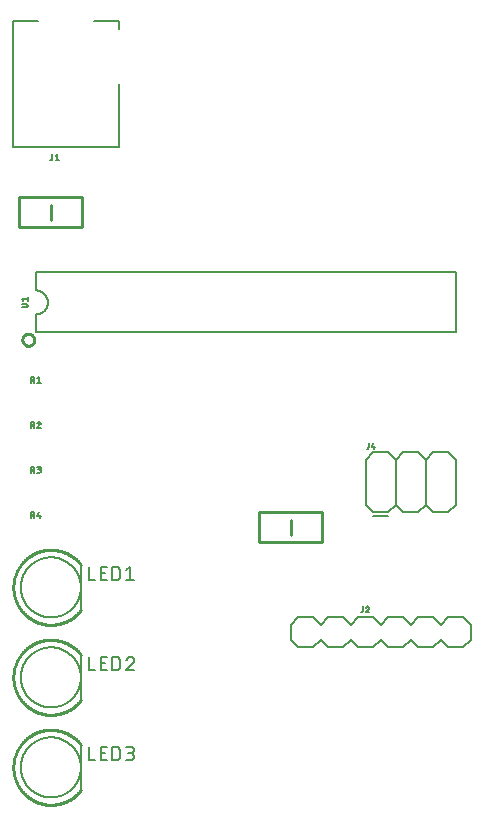
<source format=gbr>
G04 EAGLE Gerber RS-274X export*
G75*
%MOMM*%
%FSLAX34Y34*%
%LPD*%
%INSilkscreen Top*%
%IPPOS*%
%AMOC8*
5,1,8,0,0,1.08239X$1,22.5*%
G01*
%ADD10C,0.203200*%
%ADD11C,0.127000*%
%ADD12C,0.254000*%
%ADD13C,0.152400*%


D10*
X235500Y924400D02*
X214500Y924400D01*
X235500Y870400D02*
X235500Y817400D01*
X235500Y917400D02*
X235500Y924400D01*
X145500Y924400D02*
X145500Y817400D01*
X145500Y924400D02*
X166500Y924400D01*
X145500Y817400D02*
X235500Y817400D01*
D11*
X179028Y811149D02*
X179028Y807395D01*
X179027Y807395D02*
X179025Y807330D01*
X179019Y807266D01*
X179009Y807202D01*
X178996Y807138D01*
X178978Y807076D01*
X178957Y807015D01*
X178933Y806955D01*
X178904Y806897D01*
X178872Y806840D01*
X178837Y806786D01*
X178799Y806734D01*
X178757Y806684D01*
X178713Y806637D01*
X178666Y806593D01*
X178616Y806551D01*
X178564Y806513D01*
X178510Y806478D01*
X178453Y806446D01*
X178395Y806417D01*
X178335Y806393D01*
X178274Y806372D01*
X178212Y806354D01*
X178148Y806341D01*
X178084Y806331D01*
X178020Y806325D01*
X177955Y806323D01*
X177419Y806323D01*
X181976Y810077D02*
X183316Y811149D01*
X183316Y806323D01*
X181976Y806323D02*
X184657Y806323D01*
D12*
X177800Y768350D02*
X177800Y755650D01*
X151130Y774700D02*
X204470Y774700D01*
X204470Y749300D01*
X151130Y749300D01*
X151130Y774700D01*
D10*
X165100Y711200D02*
X520700Y711200D01*
X520700Y660400D02*
X165100Y660400D01*
X520700Y660400D02*
X520700Y711200D01*
X165100Y711200D02*
X165100Y695960D01*
X165100Y675640D02*
X165100Y660400D01*
X165100Y675640D02*
X165347Y675643D01*
X165595Y675652D01*
X165842Y675667D01*
X166088Y675688D01*
X166334Y675715D01*
X166579Y675748D01*
X166824Y675787D01*
X167067Y675832D01*
X167309Y675883D01*
X167550Y675940D01*
X167789Y676002D01*
X168027Y676071D01*
X168263Y676145D01*
X168497Y676225D01*
X168729Y676310D01*
X168959Y676402D01*
X169187Y676498D01*
X169412Y676601D01*
X169635Y676708D01*
X169855Y676822D01*
X170072Y676940D01*
X170287Y677064D01*
X170498Y677193D01*
X170706Y677327D01*
X170911Y677466D01*
X171112Y677610D01*
X171310Y677758D01*
X171504Y677912D01*
X171694Y678070D01*
X171880Y678233D01*
X172062Y678400D01*
X172240Y678572D01*
X172414Y678748D01*
X172584Y678928D01*
X172749Y679113D01*
X172909Y679301D01*
X173065Y679493D01*
X173217Y679689D01*
X173363Y679888D01*
X173505Y680091D01*
X173641Y680298D01*
X173773Y680507D01*
X173899Y680720D01*
X174020Y680936D01*
X174136Y681154D01*
X174246Y681376D01*
X174351Y681600D01*
X174451Y681826D01*
X174545Y682055D01*
X174633Y682286D01*
X174716Y682520D01*
X174793Y682755D01*
X174864Y682992D01*
X174930Y683230D01*
X174989Y683470D01*
X175043Y683712D01*
X175091Y683955D01*
X175133Y684198D01*
X175169Y684443D01*
X175199Y684689D01*
X175223Y684935D01*
X175241Y685182D01*
X175253Y685429D01*
X175259Y685676D01*
X175259Y685924D01*
X175253Y686171D01*
X175241Y686418D01*
X175223Y686665D01*
X175199Y686911D01*
X175169Y687157D01*
X175133Y687402D01*
X175091Y687645D01*
X175043Y687888D01*
X174989Y688130D01*
X174930Y688370D01*
X174864Y688608D01*
X174793Y688845D01*
X174716Y689080D01*
X174633Y689314D01*
X174545Y689545D01*
X174451Y689774D01*
X174351Y690000D01*
X174246Y690224D01*
X174136Y690446D01*
X174020Y690664D01*
X173899Y690880D01*
X173773Y691093D01*
X173641Y691302D01*
X173505Y691509D01*
X173363Y691712D01*
X173217Y691911D01*
X173065Y692107D01*
X172909Y692299D01*
X172749Y692487D01*
X172584Y692672D01*
X172414Y692852D01*
X172240Y693028D01*
X172062Y693200D01*
X171880Y693367D01*
X171694Y693530D01*
X171504Y693688D01*
X171310Y693842D01*
X171112Y693990D01*
X170911Y694134D01*
X170706Y694273D01*
X170498Y694407D01*
X170287Y694536D01*
X170072Y694660D01*
X169855Y694778D01*
X169635Y694892D01*
X169412Y694999D01*
X169187Y695102D01*
X168959Y695198D01*
X168729Y695290D01*
X168497Y695375D01*
X168263Y695455D01*
X168027Y695529D01*
X167789Y695598D01*
X167550Y695660D01*
X167309Y695717D01*
X167067Y695768D01*
X166824Y695813D01*
X166579Y695852D01*
X166334Y695885D01*
X166088Y695912D01*
X165842Y695933D01*
X165595Y695948D01*
X165347Y695957D01*
X165100Y695960D01*
D12*
X153670Y654050D02*
X153672Y654192D01*
X153678Y654335D01*
X153688Y654477D01*
X153702Y654619D01*
X153720Y654760D01*
X153742Y654901D01*
X153768Y655041D01*
X153797Y655180D01*
X153831Y655319D01*
X153869Y655456D01*
X153910Y655593D01*
X153955Y655728D01*
X154004Y655862D01*
X154057Y655994D01*
X154113Y656125D01*
X154173Y656254D01*
X154237Y656382D01*
X154304Y656507D01*
X154375Y656631D01*
X154449Y656753D01*
X154526Y656872D01*
X154607Y656990D01*
X154691Y657105D01*
X154778Y657217D01*
X154869Y657327D01*
X154962Y657435D01*
X155059Y657540D01*
X155158Y657642D01*
X155260Y657741D01*
X155365Y657838D01*
X155473Y657931D01*
X155583Y658022D01*
X155695Y658109D01*
X155810Y658193D01*
X155928Y658274D01*
X156047Y658351D01*
X156169Y658425D01*
X156293Y658496D01*
X156418Y658563D01*
X156546Y658627D01*
X156675Y658687D01*
X156806Y658743D01*
X156938Y658796D01*
X157072Y658845D01*
X157207Y658890D01*
X157344Y658931D01*
X157481Y658969D01*
X157620Y659003D01*
X157759Y659032D01*
X157899Y659058D01*
X158040Y659080D01*
X158181Y659098D01*
X158323Y659112D01*
X158465Y659122D01*
X158608Y659128D01*
X158750Y659130D01*
X158892Y659128D01*
X159035Y659122D01*
X159177Y659112D01*
X159319Y659098D01*
X159460Y659080D01*
X159601Y659058D01*
X159741Y659032D01*
X159880Y659003D01*
X160019Y658969D01*
X160156Y658931D01*
X160293Y658890D01*
X160428Y658845D01*
X160562Y658796D01*
X160694Y658743D01*
X160825Y658687D01*
X160954Y658627D01*
X161082Y658563D01*
X161207Y658496D01*
X161331Y658425D01*
X161453Y658351D01*
X161572Y658274D01*
X161690Y658193D01*
X161805Y658109D01*
X161917Y658022D01*
X162027Y657931D01*
X162135Y657838D01*
X162240Y657741D01*
X162342Y657642D01*
X162441Y657540D01*
X162538Y657435D01*
X162631Y657327D01*
X162722Y657217D01*
X162809Y657105D01*
X162893Y656990D01*
X162974Y656872D01*
X163051Y656753D01*
X163125Y656631D01*
X163196Y656507D01*
X163263Y656382D01*
X163327Y656254D01*
X163387Y656125D01*
X163443Y655994D01*
X163496Y655862D01*
X163545Y655728D01*
X163590Y655593D01*
X163631Y655456D01*
X163669Y655319D01*
X163703Y655180D01*
X163732Y655041D01*
X163758Y654901D01*
X163780Y654760D01*
X163798Y654619D01*
X163812Y654477D01*
X163822Y654335D01*
X163828Y654192D01*
X163830Y654050D01*
X163828Y653908D01*
X163822Y653765D01*
X163812Y653623D01*
X163798Y653481D01*
X163780Y653340D01*
X163758Y653199D01*
X163732Y653059D01*
X163703Y652920D01*
X163669Y652781D01*
X163631Y652644D01*
X163590Y652507D01*
X163545Y652372D01*
X163496Y652238D01*
X163443Y652106D01*
X163387Y651975D01*
X163327Y651846D01*
X163263Y651718D01*
X163196Y651593D01*
X163125Y651469D01*
X163051Y651347D01*
X162974Y651228D01*
X162893Y651110D01*
X162809Y650995D01*
X162722Y650883D01*
X162631Y650773D01*
X162538Y650665D01*
X162441Y650560D01*
X162342Y650458D01*
X162240Y650359D01*
X162135Y650262D01*
X162027Y650169D01*
X161917Y650078D01*
X161805Y649991D01*
X161690Y649907D01*
X161572Y649826D01*
X161453Y649749D01*
X161331Y649675D01*
X161207Y649604D01*
X161082Y649537D01*
X160954Y649473D01*
X160825Y649413D01*
X160694Y649357D01*
X160562Y649304D01*
X160428Y649255D01*
X160293Y649210D01*
X160156Y649169D01*
X160019Y649131D01*
X159880Y649097D01*
X159741Y649068D01*
X159601Y649042D01*
X159460Y649020D01*
X159319Y649002D01*
X159177Y648988D01*
X159035Y648978D01*
X158892Y648972D01*
X158750Y648970D01*
X158608Y648972D01*
X158465Y648978D01*
X158323Y648988D01*
X158181Y649002D01*
X158040Y649020D01*
X157899Y649042D01*
X157759Y649068D01*
X157620Y649097D01*
X157481Y649131D01*
X157344Y649169D01*
X157207Y649210D01*
X157072Y649255D01*
X156938Y649304D01*
X156806Y649357D01*
X156675Y649413D01*
X156546Y649473D01*
X156418Y649537D01*
X156293Y649604D01*
X156169Y649675D01*
X156047Y649749D01*
X155928Y649826D01*
X155810Y649907D01*
X155695Y649991D01*
X155583Y650078D01*
X155473Y650169D01*
X155365Y650262D01*
X155260Y650359D01*
X155158Y650458D01*
X155059Y650560D01*
X154962Y650665D01*
X154869Y650773D01*
X154778Y650883D01*
X154691Y650995D01*
X154607Y651110D01*
X154526Y651228D01*
X154449Y651347D01*
X154375Y651469D01*
X154304Y651593D01*
X154237Y651718D01*
X154173Y651846D01*
X154113Y651975D01*
X154057Y652106D01*
X154004Y652238D01*
X153955Y652372D01*
X153910Y652507D01*
X153869Y652644D01*
X153831Y652781D01*
X153797Y652920D01*
X153768Y653059D01*
X153742Y653199D01*
X153720Y653340D01*
X153702Y653481D01*
X153688Y653623D01*
X153678Y653765D01*
X153672Y653908D01*
X153670Y654050D01*
D11*
X153289Y681625D02*
X156774Y681625D01*
X156774Y681624D02*
X156845Y681626D01*
X156917Y681632D01*
X156987Y681641D01*
X157057Y681654D01*
X157127Y681671D01*
X157195Y681692D01*
X157262Y681716D01*
X157328Y681744D01*
X157392Y681775D01*
X157455Y681810D01*
X157515Y681848D01*
X157574Y681889D01*
X157630Y681933D01*
X157684Y681980D01*
X157735Y682029D01*
X157783Y682082D01*
X157829Y682137D01*
X157871Y682194D01*
X157911Y682254D01*
X157947Y682315D01*
X157980Y682379D01*
X158009Y682444D01*
X158035Y682510D01*
X158058Y682578D01*
X158077Y682647D01*
X158092Y682717D01*
X158103Y682787D01*
X158111Y682858D01*
X158115Y682929D01*
X158115Y683001D01*
X158111Y683072D01*
X158103Y683143D01*
X158092Y683213D01*
X158077Y683283D01*
X158058Y683352D01*
X158035Y683420D01*
X158009Y683486D01*
X157980Y683551D01*
X157947Y683615D01*
X157911Y683676D01*
X157871Y683736D01*
X157829Y683793D01*
X157783Y683848D01*
X157735Y683901D01*
X157684Y683950D01*
X157630Y683997D01*
X157574Y684041D01*
X157515Y684082D01*
X157455Y684120D01*
X157392Y684155D01*
X157328Y684186D01*
X157262Y684214D01*
X157195Y684238D01*
X157127Y684259D01*
X157057Y684276D01*
X156987Y684289D01*
X156917Y684298D01*
X156845Y684304D01*
X156774Y684306D01*
X153289Y684306D01*
X154361Y687294D02*
X153289Y688635D01*
X158115Y688635D01*
X158115Y689975D02*
X158115Y687294D01*
X161048Y622681D02*
X161048Y617855D01*
X161048Y622681D02*
X162389Y622681D01*
X162460Y622679D01*
X162532Y622673D01*
X162602Y622664D01*
X162672Y622651D01*
X162742Y622634D01*
X162810Y622613D01*
X162877Y622589D01*
X162943Y622561D01*
X163007Y622530D01*
X163070Y622495D01*
X163130Y622457D01*
X163189Y622416D01*
X163245Y622372D01*
X163299Y622325D01*
X163350Y622276D01*
X163398Y622223D01*
X163444Y622168D01*
X163486Y622111D01*
X163526Y622051D01*
X163562Y621990D01*
X163595Y621926D01*
X163624Y621861D01*
X163650Y621795D01*
X163673Y621727D01*
X163692Y621658D01*
X163707Y621588D01*
X163718Y621518D01*
X163726Y621447D01*
X163730Y621376D01*
X163730Y621304D01*
X163726Y621233D01*
X163718Y621162D01*
X163707Y621092D01*
X163692Y621022D01*
X163673Y620953D01*
X163650Y620885D01*
X163624Y620819D01*
X163595Y620754D01*
X163562Y620690D01*
X163526Y620629D01*
X163486Y620569D01*
X163444Y620512D01*
X163398Y620457D01*
X163350Y620404D01*
X163299Y620355D01*
X163245Y620308D01*
X163189Y620264D01*
X163130Y620223D01*
X163070Y620185D01*
X163007Y620150D01*
X162943Y620119D01*
X162877Y620091D01*
X162810Y620067D01*
X162742Y620046D01*
X162672Y620029D01*
X162602Y620016D01*
X162532Y620007D01*
X162460Y620001D01*
X162389Y619999D01*
X162389Y620000D02*
X161048Y620000D01*
X162657Y620000D02*
X163729Y617855D01*
X166471Y621609D02*
X167811Y622681D01*
X167811Y617855D01*
X166471Y617855D02*
X169152Y617855D01*
X161048Y584581D02*
X161048Y579755D01*
X161048Y584581D02*
X162389Y584581D01*
X162460Y584579D01*
X162532Y584573D01*
X162602Y584564D01*
X162672Y584551D01*
X162742Y584534D01*
X162810Y584513D01*
X162877Y584489D01*
X162943Y584461D01*
X163007Y584430D01*
X163070Y584395D01*
X163130Y584357D01*
X163189Y584316D01*
X163245Y584272D01*
X163299Y584225D01*
X163350Y584176D01*
X163398Y584123D01*
X163444Y584068D01*
X163486Y584011D01*
X163526Y583951D01*
X163562Y583890D01*
X163595Y583826D01*
X163624Y583761D01*
X163650Y583695D01*
X163673Y583627D01*
X163692Y583558D01*
X163707Y583488D01*
X163718Y583418D01*
X163726Y583347D01*
X163730Y583276D01*
X163730Y583204D01*
X163726Y583133D01*
X163718Y583062D01*
X163707Y582992D01*
X163692Y582922D01*
X163673Y582853D01*
X163650Y582785D01*
X163624Y582719D01*
X163595Y582654D01*
X163562Y582590D01*
X163526Y582529D01*
X163486Y582469D01*
X163444Y582412D01*
X163398Y582357D01*
X163350Y582304D01*
X163299Y582255D01*
X163245Y582208D01*
X163189Y582164D01*
X163130Y582123D01*
X163070Y582085D01*
X163007Y582050D01*
X162943Y582019D01*
X162877Y581991D01*
X162810Y581967D01*
X162742Y581946D01*
X162672Y581929D01*
X162602Y581916D01*
X162532Y581907D01*
X162460Y581901D01*
X162389Y581899D01*
X162389Y581900D02*
X161048Y581900D01*
X162657Y581900D02*
X163729Y579755D01*
X167945Y584581D02*
X168013Y584579D01*
X168080Y584573D01*
X168147Y584564D01*
X168214Y584551D01*
X168279Y584534D01*
X168344Y584513D01*
X168407Y584489D01*
X168469Y584461D01*
X168529Y584430D01*
X168587Y584396D01*
X168643Y584358D01*
X168698Y584318D01*
X168749Y584274D01*
X168798Y584227D01*
X168845Y584178D01*
X168889Y584127D01*
X168929Y584072D01*
X168967Y584016D01*
X169001Y583958D01*
X169032Y583898D01*
X169060Y583836D01*
X169084Y583773D01*
X169105Y583708D01*
X169122Y583643D01*
X169135Y583576D01*
X169144Y583509D01*
X169150Y583442D01*
X169152Y583374D01*
X167945Y584581D02*
X167867Y584579D01*
X167789Y584573D01*
X167712Y584563D01*
X167635Y584550D01*
X167559Y584532D01*
X167484Y584511D01*
X167410Y584486D01*
X167338Y584457D01*
X167267Y584425D01*
X167198Y584389D01*
X167130Y584350D01*
X167065Y584307D01*
X167002Y584261D01*
X166941Y584212D01*
X166883Y584160D01*
X166828Y584105D01*
X166775Y584048D01*
X166726Y583988D01*
X166679Y583925D01*
X166636Y583861D01*
X166596Y583794D01*
X166559Y583725D01*
X166526Y583654D01*
X166496Y583582D01*
X166470Y583509D01*
X168750Y582436D02*
X168799Y582485D01*
X168846Y582537D01*
X168889Y582592D01*
X168930Y582649D01*
X168968Y582708D01*
X169002Y582769D01*
X169033Y582832D01*
X169061Y582896D01*
X169085Y582962D01*
X169105Y583028D01*
X169122Y583096D01*
X169135Y583165D01*
X169144Y583234D01*
X169150Y583304D01*
X169152Y583374D01*
X168750Y582436D02*
X166471Y579755D01*
X169152Y579755D01*
X161048Y546481D02*
X161048Y541655D01*
X161048Y546481D02*
X162389Y546481D01*
X162460Y546479D01*
X162532Y546473D01*
X162602Y546464D01*
X162672Y546451D01*
X162742Y546434D01*
X162810Y546413D01*
X162877Y546389D01*
X162943Y546361D01*
X163007Y546330D01*
X163070Y546295D01*
X163130Y546257D01*
X163189Y546216D01*
X163245Y546172D01*
X163299Y546125D01*
X163350Y546076D01*
X163398Y546023D01*
X163444Y545968D01*
X163486Y545911D01*
X163526Y545851D01*
X163562Y545790D01*
X163595Y545726D01*
X163624Y545661D01*
X163650Y545595D01*
X163673Y545527D01*
X163692Y545458D01*
X163707Y545388D01*
X163718Y545318D01*
X163726Y545247D01*
X163730Y545176D01*
X163730Y545104D01*
X163726Y545033D01*
X163718Y544962D01*
X163707Y544892D01*
X163692Y544822D01*
X163673Y544753D01*
X163650Y544685D01*
X163624Y544619D01*
X163595Y544554D01*
X163562Y544490D01*
X163526Y544429D01*
X163486Y544369D01*
X163444Y544312D01*
X163398Y544257D01*
X163350Y544204D01*
X163299Y544155D01*
X163245Y544108D01*
X163189Y544064D01*
X163130Y544023D01*
X163070Y543985D01*
X163007Y543950D01*
X162943Y543919D01*
X162877Y543891D01*
X162810Y543867D01*
X162742Y543846D01*
X162672Y543829D01*
X162602Y543816D01*
X162532Y543807D01*
X162460Y543801D01*
X162389Y543799D01*
X162389Y543800D02*
X161048Y543800D01*
X162657Y543800D02*
X163729Y541655D01*
X166471Y541655D02*
X167811Y541655D01*
X167882Y541657D01*
X167954Y541663D01*
X168024Y541672D01*
X168094Y541685D01*
X168164Y541702D01*
X168232Y541723D01*
X168299Y541747D01*
X168365Y541775D01*
X168429Y541806D01*
X168492Y541841D01*
X168552Y541879D01*
X168611Y541920D01*
X168667Y541964D01*
X168721Y542011D01*
X168772Y542060D01*
X168820Y542113D01*
X168866Y542168D01*
X168908Y542225D01*
X168948Y542285D01*
X168984Y542346D01*
X169017Y542410D01*
X169046Y542475D01*
X169072Y542541D01*
X169095Y542609D01*
X169114Y542678D01*
X169129Y542748D01*
X169140Y542818D01*
X169148Y542889D01*
X169152Y542960D01*
X169152Y543032D01*
X169148Y543103D01*
X169140Y543174D01*
X169129Y543244D01*
X169114Y543314D01*
X169095Y543383D01*
X169072Y543451D01*
X169046Y543517D01*
X169017Y543582D01*
X168984Y543646D01*
X168948Y543707D01*
X168908Y543767D01*
X168866Y543824D01*
X168820Y543879D01*
X168772Y543932D01*
X168721Y543981D01*
X168667Y544028D01*
X168611Y544072D01*
X168552Y544113D01*
X168492Y544151D01*
X168429Y544186D01*
X168365Y544217D01*
X168299Y544245D01*
X168232Y544269D01*
X168164Y544290D01*
X168094Y544307D01*
X168024Y544320D01*
X167954Y544329D01*
X167882Y544335D01*
X167811Y544337D01*
X168079Y546481D02*
X166471Y546481D01*
X168079Y546481D02*
X168144Y546479D01*
X168208Y546473D01*
X168272Y546463D01*
X168336Y546450D01*
X168398Y546432D01*
X168459Y546411D01*
X168519Y546387D01*
X168577Y546358D01*
X168634Y546326D01*
X168688Y546291D01*
X168740Y546253D01*
X168790Y546211D01*
X168837Y546167D01*
X168881Y546120D01*
X168923Y546070D01*
X168961Y546018D01*
X168996Y545964D01*
X169028Y545907D01*
X169057Y545849D01*
X169081Y545789D01*
X169102Y545728D01*
X169120Y545666D01*
X169133Y545602D01*
X169143Y545538D01*
X169149Y545474D01*
X169151Y545409D01*
X169149Y545344D01*
X169143Y545280D01*
X169133Y545216D01*
X169120Y545152D01*
X169102Y545090D01*
X169081Y545029D01*
X169057Y544969D01*
X169028Y544911D01*
X168996Y544854D01*
X168961Y544800D01*
X168923Y544748D01*
X168881Y544698D01*
X168837Y544651D01*
X168790Y544607D01*
X168740Y544565D01*
X168688Y544527D01*
X168634Y544492D01*
X168577Y544460D01*
X168519Y544431D01*
X168459Y544407D01*
X168398Y544386D01*
X168336Y544368D01*
X168272Y544355D01*
X168208Y544345D01*
X168144Y544339D01*
X168079Y544337D01*
X168079Y544336D02*
X167007Y544336D01*
X161048Y508381D02*
X161048Y503555D01*
X161048Y508381D02*
X162389Y508381D01*
X162460Y508379D01*
X162532Y508373D01*
X162602Y508364D01*
X162672Y508351D01*
X162742Y508334D01*
X162810Y508313D01*
X162877Y508289D01*
X162943Y508261D01*
X163007Y508230D01*
X163070Y508195D01*
X163130Y508157D01*
X163189Y508116D01*
X163245Y508072D01*
X163299Y508025D01*
X163350Y507976D01*
X163398Y507923D01*
X163444Y507868D01*
X163486Y507811D01*
X163526Y507751D01*
X163562Y507690D01*
X163595Y507626D01*
X163624Y507561D01*
X163650Y507495D01*
X163673Y507427D01*
X163692Y507358D01*
X163707Y507288D01*
X163718Y507218D01*
X163726Y507147D01*
X163730Y507076D01*
X163730Y507004D01*
X163726Y506933D01*
X163718Y506862D01*
X163707Y506792D01*
X163692Y506722D01*
X163673Y506653D01*
X163650Y506585D01*
X163624Y506519D01*
X163595Y506454D01*
X163562Y506390D01*
X163526Y506329D01*
X163486Y506269D01*
X163444Y506212D01*
X163398Y506157D01*
X163350Y506104D01*
X163299Y506055D01*
X163245Y506008D01*
X163189Y505964D01*
X163130Y505923D01*
X163070Y505885D01*
X163007Y505850D01*
X162943Y505819D01*
X162877Y505791D01*
X162810Y505767D01*
X162742Y505746D01*
X162672Y505729D01*
X162602Y505716D01*
X162532Y505707D01*
X162460Y505701D01*
X162389Y505699D01*
X162389Y505700D02*
X161048Y505700D01*
X162657Y505700D02*
X163729Y503555D01*
X166471Y504627D02*
X167543Y508381D01*
X166471Y504627D02*
X169152Y504627D01*
X168348Y505700D02*
X168348Y503555D01*
D10*
X203200Y463550D02*
X203200Y425450D01*
D12*
X202726Y424834D01*
X202237Y424229D01*
X201733Y423637D01*
X201215Y423057D01*
X200683Y422490D01*
X200137Y421936D01*
X199578Y421396D01*
X199005Y420870D01*
X198420Y420357D01*
X197823Y419860D01*
X197214Y419377D01*
X196593Y418909D01*
X195960Y418456D01*
X195317Y418019D01*
X194663Y417598D01*
X193999Y417194D01*
X193326Y416805D01*
X192643Y416433D01*
X191951Y416078D01*
X191251Y415740D01*
X190543Y415419D01*
X189827Y415116D01*
X189103Y414830D01*
X188374Y414562D01*
X187637Y414312D01*
X186895Y414081D01*
X186147Y413867D01*
X185395Y413672D01*
X184637Y413495D01*
X183876Y413337D01*
X183111Y413197D01*
X182343Y413077D01*
X181572Y412975D01*
X180799Y412892D01*
X180024Y412828D01*
X179248Y412783D01*
X178471Y412757D01*
X177693Y412750D01*
X176916Y412762D01*
X176139Y412793D01*
X175363Y412844D01*
X174588Y412913D01*
X173816Y413001D01*
X173046Y413108D01*
X172278Y413234D01*
X171514Y413378D01*
X170754Y413542D01*
X169998Y413724D01*
X169247Y413924D01*
X168500Y414142D01*
X167760Y414379D01*
X167025Y414634D01*
X166297Y414907D01*
X165576Y415198D01*
X164862Y415506D01*
X164156Y415831D01*
X163458Y416174D01*
X162768Y416534D01*
X162088Y416910D01*
X161417Y417303D01*
X160756Y417713D01*
X160105Y418138D01*
X159465Y418579D01*
X158836Y419036D01*
X158218Y419508D01*
X157612Y419995D01*
X157018Y420497D01*
X156436Y421013D01*
X155867Y421543D01*
X155312Y422087D01*
X154769Y422645D01*
X154241Y423215D01*
X153727Y423798D01*
X153227Y424394D01*
X152742Y425002D01*
X152272Y425621D01*
X151818Y426252D01*
X151379Y426894D01*
X150955Y427546D01*
X150548Y428209D01*
X150157Y428881D01*
X149783Y429563D01*
X149426Y430253D01*
X149086Y430952D01*
X148762Y431660D01*
X148457Y432374D01*
X148168Y433097D01*
X147898Y433826D01*
X147646Y434561D01*
X147411Y435303D01*
X147195Y436050D01*
X146997Y436802D01*
X146818Y437558D01*
X146657Y438319D01*
X146515Y439083D01*
X146392Y439851D01*
X146288Y440622D01*
X146202Y441395D01*
X146136Y442169D01*
X146088Y442945D01*
X146060Y443722D01*
X146050Y444500D01*
X146060Y445278D01*
X146088Y446055D01*
X146136Y446831D01*
X146202Y447605D01*
X146288Y448378D01*
X146392Y449149D01*
X146515Y449917D01*
X146657Y450681D01*
X146818Y451442D01*
X146997Y452198D01*
X147195Y452950D01*
X147411Y453697D01*
X147646Y454439D01*
X147898Y455174D01*
X148168Y455903D01*
X148457Y456626D01*
X148762Y457340D01*
X149086Y458048D01*
X149426Y458747D01*
X149783Y459437D01*
X150157Y460119D01*
X150548Y460791D01*
X150955Y461454D01*
X151379Y462106D01*
X151818Y462748D01*
X152272Y463379D01*
X152742Y463998D01*
X153227Y464606D01*
X153727Y465202D01*
X154241Y465785D01*
X154769Y466355D01*
X155312Y466913D01*
X155867Y467457D01*
X156436Y467987D01*
X157018Y468503D01*
X157612Y469005D01*
X158218Y469492D01*
X158836Y469964D01*
X159465Y470421D01*
X160105Y470862D01*
X160756Y471287D01*
X161417Y471697D01*
X162088Y472090D01*
X162768Y472466D01*
X163458Y472826D01*
X164156Y473169D01*
X164862Y473494D01*
X165576Y473802D01*
X166297Y474093D01*
X167025Y474366D01*
X167760Y474621D01*
X168500Y474858D01*
X169247Y475076D01*
X169998Y475276D01*
X170754Y475458D01*
X171514Y475622D01*
X172278Y475766D01*
X173046Y475892D01*
X173816Y475999D01*
X174588Y476087D01*
X175363Y476156D01*
X176139Y476207D01*
X176916Y476238D01*
X177693Y476250D01*
X178471Y476243D01*
X179248Y476217D01*
X180024Y476172D01*
X180799Y476108D01*
X181572Y476025D01*
X182343Y475923D01*
X183111Y475803D01*
X183876Y475663D01*
X184637Y475505D01*
X185395Y475328D01*
X186147Y475133D01*
X186895Y474919D01*
X187637Y474688D01*
X188374Y474438D01*
X189103Y474170D01*
X189827Y473884D01*
X190543Y473581D01*
X191251Y473260D01*
X191951Y472922D01*
X192643Y472567D01*
X193326Y472195D01*
X193999Y471806D01*
X194663Y471402D01*
X195317Y470981D01*
X195960Y470544D01*
X196593Y470091D01*
X197214Y469623D01*
X197823Y469140D01*
X198420Y468643D01*
X199005Y468130D01*
X199578Y467604D01*
X200137Y467064D01*
X200683Y466510D01*
X201215Y465943D01*
X201733Y465363D01*
X202237Y464771D01*
X202726Y464166D01*
X203200Y463550D01*
D13*
X152400Y444500D02*
X152408Y445123D01*
X152431Y445746D01*
X152469Y446369D01*
X152522Y446990D01*
X152591Y447609D01*
X152675Y448227D01*
X152774Y448842D01*
X152888Y449455D01*
X153017Y450065D01*
X153161Y450672D01*
X153320Y451275D01*
X153494Y451873D01*
X153682Y452468D01*
X153885Y453057D01*
X154102Y453641D01*
X154333Y454220D01*
X154579Y454793D01*
X154839Y455360D01*
X155112Y455920D01*
X155399Y456473D01*
X155700Y457020D01*
X156014Y457558D01*
X156341Y458089D01*
X156681Y458611D01*
X157033Y459126D01*
X157399Y459631D01*
X157776Y460127D01*
X158166Y460614D01*
X158567Y461091D01*
X158980Y461558D01*
X159404Y462014D01*
X159839Y462461D01*
X160286Y462896D01*
X160742Y463320D01*
X161209Y463733D01*
X161686Y464134D01*
X162173Y464524D01*
X162669Y464901D01*
X163174Y465267D01*
X163689Y465619D01*
X164211Y465959D01*
X164742Y466286D01*
X165280Y466600D01*
X165827Y466901D01*
X166380Y467188D01*
X166940Y467461D01*
X167507Y467721D01*
X168080Y467967D01*
X168659Y468198D01*
X169243Y468415D01*
X169832Y468618D01*
X170427Y468806D01*
X171025Y468980D01*
X171628Y469139D01*
X172235Y469283D01*
X172845Y469412D01*
X173458Y469526D01*
X174073Y469625D01*
X174691Y469709D01*
X175310Y469778D01*
X175931Y469831D01*
X176554Y469869D01*
X177177Y469892D01*
X177800Y469900D01*
X178423Y469892D01*
X179046Y469869D01*
X179669Y469831D01*
X180290Y469778D01*
X180909Y469709D01*
X181527Y469625D01*
X182142Y469526D01*
X182755Y469412D01*
X183365Y469283D01*
X183972Y469139D01*
X184575Y468980D01*
X185173Y468806D01*
X185768Y468618D01*
X186357Y468415D01*
X186941Y468198D01*
X187520Y467967D01*
X188093Y467721D01*
X188660Y467461D01*
X189220Y467188D01*
X189773Y466901D01*
X190320Y466600D01*
X190858Y466286D01*
X191389Y465959D01*
X191911Y465619D01*
X192426Y465267D01*
X192931Y464901D01*
X193427Y464524D01*
X193914Y464134D01*
X194391Y463733D01*
X194858Y463320D01*
X195314Y462896D01*
X195761Y462461D01*
X196196Y462014D01*
X196620Y461558D01*
X197033Y461091D01*
X197434Y460614D01*
X197824Y460127D01*
X198201Y459631D01*
X198567Y459126D01*
X198919Y458611D01*
X199259Y458089D01*
X199586Y457558D01*
X199900Y457020D01*
X200201Y456473D01*
X200488Y455920D01*
X200761Y455360D01*
X201021Y454793D01*
X201267Y454220D01*
X201498Y453641D01*
X201715Y453057D01*
X201918Y452468D01*
X202106Y451873D01*
X202280Y451275D01*
X202439Y450672D01*
X202583Y450065D01*
X202712Y449455D01*
X202826Y448842D01*
X202925Y448227D01*
X203009Y447609D01*
X203078Y446990D01*
X203131Y446369D01*
X203169Y445746D01*
X203192Y445123D01*
X203200Y444500D01*
X203192Y443877D01*
X203169Y443254D01*
X203131Y442631D01*
X203078Y442010D01*
X203009Y441391D01*
X202925Y440773D01*
X202826Y440158D01*
X202712Y439545D01*
X202583Y438935D01*
X202439Y438328D01*
X202280Y437725D01*
X202106Y437127D01*
X201918Y436532D01*
X201715Y435943D01*
X201498Y435359D01*
X201267Y434780D01*
X201021Y434207D01*
X200761Y433640D01*
X200488Y433080D01*
X200201Y432527D01*
X199900Y431980D01*
X199586Y431442D01*
X199259Y430911D01*
X198919Y430389D01*
X198567Y429874D01*
X198201Y429369D01*
X197824Y428873D01*
X197434Y428386D01*
X197033Y427909D01*
X196620Y427442D01*
X196196Y426986D01*
X195761Y426539D01*
X195314Y426104D01*
X194858Y425680D01*
X194391Y425267D01*
X193914Y424866D01*
X193427Y424476D01*
X192931Y424099D01*
X192426Y423733D01*
X191911Y423381D01*
X191389Y423041D01*
X190858Y422714D01*
X190320Y422400D01*
X189773Y422099D01*
X189220Y421812D01*
X188660Y421539D01*
X188093Y421279D01*
X187520Y421033D01*
X186941Y420802D01*
X186357Y420585D01*
X185768Y420382D01*
X185173Y420194D01*
X184575Y420020D01*
X183972Y419861D01*
X183365Y419717D01*
X182755Y419588D01*
X182142Y419474D01*
X181527Y419375D01*
X180909Y419291D01*
X180290Y419222D01*
X179669Y419169D01*
X179046Y419131D01*
X178423Y419108D01*
X177800Y419100D01*
X177177Y419108D01*
X176554Y419131D01*
X175931Y419169D01*
X175310Y419222D01*
X174691Y419291D01*
X174073Y419375D01*
X173458Y419474D01*
X172845Y419588D01*
X172235Y419717D01*
X171628Y419861D01*
X171025Y420020D01*
X170427Y420194D01*
X169832Y420382D01*
X169243Y420585D01*
X168659Y420802D01*
X168080Y421033D01*
X167507Y421279D01*
X166940Y421539D01*
X166380Y421812D01*
X165827Y422099D01*
X165280Y422400D01*
X164742Y422714D01*
X164211Y423041D01*
X163689Y423381D01*
X163174Y423733D01*
X162669Y424099D01*
X162173Y424476D01*
X161686Y424866D01*
X161209Y425267D01*
X160742Y425680D01*
X160286Y426104D01*
X159839Y426539D01*
X159404Y426986D01*
X158980Y427442D01*
X158567Y427909D01*
X158166Y428386D01*
X157776Y428873D01*
X157399Y429369D01*
X157033Y429874D01*
X156681Y430389D01*
X156341Y430911D01*
X156014Y431442D01*
X155700Y431980D01*
X155399Y432527D01*
X155112Y433080D01*
X154839Y433640D01*
X154579Y434207D01*
X154333Y434780D01*
X154102Y435359D01*
X153885Y435943D01*
X153682Y436532D01*
X153494Y437127D01*
X153320Y437725D01*
X153161Y438328D01*
X153017Y438935D01*
X152888Y439545D01*
X152774Y440158D01*
X152675Y440773D01*
X152591Y441391D01*
X152522Y442010D01*
X152469Y442631D01*
X152431Y443254D01*
X152408Y443877D01*
X152400Y444500D01*
D11*
X210185Y450469D02*
X210185Y461899D01*
X210185Y450469D02*
X215265Y450469D01*
X220091Y450469D02*
X225171Y450469D01*
X220091Y450469D02*
X220091Y461899D01*
X225171Y461899D01*
X223901Y456819D02*
X220091Y456819D01*
X229972Y461899D02*
X229972Y450469D01*
X229972Y461899D02*
X233147Y461899D01*
X233258Y461897D01*
X233368Y461891D01*
X233479Y461882D01*
X233589Y461868D01*
X233698Y461851D01*
X233807Y461830D01*
X233915Y461805D01*
X234022Y461776D01*
X234128Y461744D01*
X234233Y461708D01*
X234336Y461668D01*
X234438Y461625D01*
X234539Y461578D01*
X234638Y461527D01*
X234735Y461474D01*
X234829Y461417D01*
X234922Y461356D01*
X235013Y461293D01*
X235102Y461226D01*
X235188Y461156D01*
X235271Y461083D01*
X235353Y461008D01*
X235431Y460930D01*
X235506Y460848D01*
X235579Y460765D01*
X235649Y460679D01*
X235716Y460590D01*
X235779Y460499D01*
X235840Y460406D01*
X235897Y460312D01*
X235950Y460215D01*
X236001Y460116D01*
X236048Y460015D01*
X236091Y459913D01*
X236131Y459810D01*
X236167Y459705D01*
X236199Y459599D01*
X236228Y459492D01*
X236253Y459384D01*
X236274Y459275D01*
X236291Y459166D01*
X236305Y459056D01*
X236314Y458945D01*
X236320Y458835D01*
X236322Y458724D01*
X236322Y453644D01*
X236320Y453533D01*
X236314Y453423D01*
X236305Y453312D01*
X236291Y453202D01*
X236274Y453093D01*
X236253Y452984D01*
X236228Y452876D01*
X236199Y452769D01*
X236167Y452663D01*
X236131Y452558D01*
X236091Y452455D01*
X236048Y452353D01*
X236001Y452252D01*
X235950Y452153D01*
X235897Y452056D01*
X235840Y451962D01*
X235779Y451869D01*
X235716Y451778D01*
X235649Y451689D01*
X235579Y451603D01*
X235506Y451520D01*
X235431Y451438D01*
X235353Y451360D01*
X235271Y451285D01*
X235188Y451212D01*
X235102Y451142D01*
X235013Y451075D01*
X234922Y451012D01*
X234829Y450951D01*
X234734Y450894D01*
X234638Y450841D01*
X234539Y450790D01*
X234438Y450743D01*
X234336Y450700D01*
X234233Y450660D01*
X234128Y450624D01*
X234022Y450592D01*
X233915Y450563D01*
X233807Y450538D01*
X233698Y450517D01*
X233589Y450500D01*
X233479Y450486D01*
X233368Y450477D01*
X233258Y450471D01*
X233147Y450469D01*
X229972Y450469D01*
X241783Y459359D02*
X244958Y461899D01*
X244958Y450469D01*
X241783Y450469D02*
X248133Y450469D01*
D10*
X203200Y387350D02*
X203200Y349250D01*
D12*
X202726Y348634D01*
X202237Y348029D01*
X201733Y347437D01*
X201215Y346857D01*
X200683Y346290D01*
X200137Y345736D01*
X199578Y345196D01*
X199005Y344670D01*
X198420Y344157D01*
X197823Y343660D01*
X197214Y343177D01*
X196593Y342709D01*
X195960Y342256D01*
X195317Y341819D01*
X194663Y341398D01*
X193999Y340994D01*
X193326Y340605D01*
X192643Y340233D01*
X191951Y339878D01*
X191251Y339540D01*
X190543Y339219D01*
X189827Y338916D01*
X189103Y338630D01*
X188374Y338362D01*
X187637Y338112D01*
X186895Y337881D01*
X186147Y337667D01*
X185395Y337472D01*
X184637Y337295D01*
X183876Y337137D01*
X183111Y336997D01*
X182343Y336877D01*
X181572Y336775D01*
X180799Y336692D01*
X180024Y336628D01*
X179248Y336583D01*
X178471Y336557D01*
X177693Y336550D01*
X176916Y336562D01*
X176139Y336593D01*
X175363Y336644D01*
X174588Y336713D01*
X173816Y336801D01*
X173046Y336908D01*
X172278Y337034D01*
X171514Y337178D01*
X170754Y337342D01*
X169998Y337524D01*
X169247Y337724D01*
X168500Y337942D01*
X167760Y338179D01*
X167025Y338434D01*
X166297Y338707D01*
X165576Y338998D01*
X164862Y339306D01*
X164156Y339631D01*
X163458Y339974D01*
X162768Y340334D01*
X162088Y340710D01*
X161417Y341103D01*
X160756Y341513D01*
X160105Y341938D01*
X159465Y342379D01*
X158836Y342836D01*
X158218Y343308D01*
X157612Y343795D01*
X157018Y344297D01*
X156436Y344813D01*
X155867Y345343D01*
X155312Y345887D01*
X154769Y346445D01*
X154241Y347015D01*
X153727Y347598D01*
X153227Y348194D01*
X152742Y348802D01*
X152272Y349421D01*
X151818Y350052D01*
X151379Y350694D01*
X150955Y351346D01*
X150548Y352009D01*
X150157Y352681D01*
X149783Y353363D01*
X149426Y354053D01*
X149086Y354752D01*
X148762Y355460D01*
X148457Y356174D01*
X148168Y356897D01*
X147898Y357626D01*
X147646Y358361D01*
X147411Y359103D01*
X147195Y359850D01*
X146997Y360602D01*
X146818Y361358D01*
X146657Y362119D01*
X146515Y362883D01*
X146392Y363651D01*
X146288Y364422D01*
X146202Y365195D01*
X146136Y365969D01*
X146088Y366745D01*
X146060Y367522D01*
X146050Y368300D01*
X146060Y369078D01*
X146088Y369855D01*
X146136Y370631D01*
X146202Y371405D01*
X146288Y372178D01*
X146392Y372949D01*
X146515Y373717D01*
X146657Y374481D01*
X146818Y375242D01*
X146997Y375998D01*
X147195Y376750D01*
X147411Y377497D01*
X147646Y378239D01*
X147898Y378974D01*
X148168Y379703D01*
X148457Y380426D01*
X148762Y381140D01*
X149086Y381848D01*
X149426Y382547D01*
X149783Y383237D01*
X150157Y383919D01*
X150548Y384591D01*
X150955Y385254D01*
X151379Y385906D01*
X151818Y386548D01*
X152272Y387179D01*
X152742Y387798D01*
X153227Y388406D01*
X153727Y389002D01*
X154241Y389585D01*
X154769Y390155D01*
X155312Y390713D01*
X155867Y391257D01*
X156436Y391787D01*
X157018Y392303D01*
X157612Y392805D01*
X158218Y393292D01*
X158836Y393764D01*
X159465Y394221D01*
X160105Y394662D01*
X160756Y395087D01*
X161417Y395497D01*
X162088Y395890D01*
X162768Y396266D01*
X163458Y396626D01*
X164156Y396969D01*
X164862Y397294D01*
X165576Y397602D01*
X166297Y397893D01*
X167025Y398166D01*
X167760Y398421D01*
X168500Y398658D01*
X169247Y398876D01*
X169998Y399076D01*
X170754Y399258D01*
X171514Y399422D01*
X172278Y399566D01*
X173046Y399692D01*
X173816Y399799D01*
X174588Y399887D01*
X175363Y399956D01*
X176139Y400007D01*
X176916Y400038D01*
X177693Y400050D01*
X178471Y400043D01*
X179248Y400017D01*
X180024Y399972D01*
X180799Y399908D01*
X181572Y399825D01*
X182343Y399723D01*
X183111Y399603D01*
X183876Y399463D01*
X184637Y399305D01*
X185395Y399128D01*
X186147Y398933D01*
X186895Y398719D01*
X187637Y398488D01*
X188374Y398238D01*
X189103Y397970D01*
X189827Y397684D01*
X190543Y397381D01*
X191251Y397060D01*
X191951Y396722D01*
X192643Y396367D01*
X193326Y395995D01*
X193999Y395606D01*
X194663Y395202D01*
X195317Y394781D01*
X195960Y394344D01*
X196593Y393891D01*
X197214Y393423D01*
X197823Y392940D01*
X198420Y392443D01*
X199005Y391930D01*
X199578Y391404D01*
X200137Y390864D01*
X200683Y390310D01*
X201215Y389743D01*
X201733Y389163D01*
X202237Y388571D01*
X202726Y387966D01*
X203200Y387350D01*
D13*
X152400Y368300D02*
X152408Y368923D01*
X152431Y369546D01*
X152469Y370169D01*
X152522Y370790D01*
X152591Y371409D01*
X152675Y372027D01*
X152774Y372642D01*
X152888Y373255D01*
X153017Y373865D01*
X153161Y374472D01*
X153320Y375075D01*
X153494Y375673D01*
X153682Y376268D01*
X153885Y376857D01*
X154102Y377441D01*
X154333Y378020D01*
X154579Y378593D01*
X154839Y379160D01*
X155112Y379720D01*
X155399Y380273D01*
X155700Y380820D01*
X156014Y381358D01*
X156341Y381889D01*
X156681Y382411D01*
X157033Y382926D01*
X157399Y383431D01*
X157776Y383927D01*
X158166Y384414D01*
X158567Y384891D01*
X158980Y385358D01*
X159404Y385814D01*
X159839Y386261D01*
X160286Y386696D01*
X160742Y387120D01*
X161209Y387533D01*
X161686Y387934D01*
X162173Y388324D01*
X162669Y388701D01*
X163174Y389067D01*
X163689Y389419D01*
X164211Y389759D01*
X164742Y390086D01*
X165280Y390400D01*
X165827Y390701D01*
X166380Y390988D01*
X166940Y391261D01*
X167507Y391521D01*
X168080Y391767D01*
X168659Y391998D01*
X169243Y392215D01*
X169832Y392418D01*
X170427Y392606D01*
X171025Y392780D01*
X171628Y392939D01*
X172235Y393083D01*
X172845Y393212D01*
X173458Y393326D01*
X174073Y393425D01*
X174691Y393509D01*
X175310Y393578D01*
X175931Y393631D01*
X176554Y393669D01*
X177177Y393692D01*
X177800Y393700D01*
X178423Y393692D01*
X179046Y393669D01*
X179669Y393631D01*
X180290Y393578D01*
X180909Y393509D01*
X181527Y393425D01*
X182142Y393326D01*
X182755Y393212D01*
X183365Y393083D01*
X183972Y392939D01*
X184575Y392780D01*
X185173Y392606D01*
X185768Y392418D01*
X186357Y392215D01*
X186941Y391998D01*
X187520Y391767D01*
X188093Y391521D01*
X188660Y391261D01*
X189220Y390988D01*
X189773Y390701D01*
X190320Y390400D01*
X190858Y390086D01*
X191389Y389759D01*
X191911Y389419D01*
X192426Y389067D01*
X192931Y388701D01*
X193427Y388324D01*
X193914Y387934D01*
X194391Y387533D01*
X194858Y387120D01*
X195314Y386696D01*
X195761Y386261D01*
X196196Y385814D01*
X196620Y385358D01*
X197033Y384891D01*
X197434Y384414D01*
X197824Y383927D01*
X198201Y383431D01*
X198567Y382926D01*
X198919Y382411D01*
X199259Y381889D01*
X199586Y381358D01*
X199900Y380820D01*
X200201Y380273D01*
X200488Y379720D01*
X200761Y379160D01*
X201021Y378593D01*
X201267Y378020D01*
X201498Y377441D01*
X201715Y376857D01*
X201918Y376268D01*
X202106Y375673D01*
X202280Y375075D01*
X202439Y374472D01*
X202583Y373865D01*
X202712Y373255D01*
X202826Y372642D01*
X202925Y372027D01*
X203009Y371409D01*
X203078Y370790D01*
X203131Y370169D01*
X203169Y369546D01*
X203192Y368923D01*
X203200Y368300D01*
X203192Y367677D01*
X203169Y367054D01*
X203131Y366431D01*
X203078Y365810D01*
X203009Y365191D01*
X202925Y364573D01*
X202826Y363958D01*
X202712Y363345D01*
X202583Y362735D01*
X202439Y362128D01*
X202280Y361525D01*
X202106Y360927D01*
X201918Y360332D01*
X201715Y359743D01*
X201498Y359159D01*
X201267Y358580D01*
X201021Y358007D01*
X200761Y357440D01*
X200488Y356880D01*
X200201Y356327D01*
X199900Y355780D01*
X199586Y355242D01*
X199259Y354711D01*
X198919Y354189D01*
X198567Y353674D01*
X198201Y353169D01*
X197824Y352673D01*
X197434Y352186D01*
X197033Y351709D01*
X196620Y351242D01*
X196196Y350786D01*
X195761Y350339D01*
X195314Y349904D01*
X194858Y349480D01*
X194391Y349067D01*
X193914Y348666D01*
X193427Y348276D01*
X192931Y347899D01*
X192426Y347533D01*
X191911Y347181D01*
X191389Y346841D01*
X190858Y346514D01*
X190320Y346200D01*
X189773Y345899D01*
X189220Y345612D01*
X188660Y345339D01*
X188093Y345079D01*
X187520Y344833D01*
X186941Y344602D01*
X186357Y344385D01*
X185768Y344182D01*
X185173Y343994D01*
X184575Y343820D01*
X183972Y343661D01*
X183365Y343517D01*
X182755Y343388D01*
X182142Y343274D01*
X181527Y343175D01*
X180909Y343091D01*
X180290Y343022D01*
X179669Y342969D01*
X179046Y342931D01*
X178423Y342908D01*
X177800Y342900D01*
X177177Y342908D01*
X176554Y342931D01*
X175931Y342969D01*
X175310Y343022D01*
X174691Y343091D01*
X174073Y343175D01*
X173458Y343274D01*
X172845Y343388D01*
X172235Y343517D01*
X171628Y343661D01*
X171025Y343820D01*
X170427Y343994D01*
X169832Y344182D01*
X169243Y344385D01*
X168659Y344602D01*
X168080Y344833D01*
X167507Y345079D01*
X166940Y345339D01*
X166380Y345612D01*
X165827Y345899D01*
X165280Y346200D01*
X164742Y346514D01*
X164211Y346841D01*
X163689Y347181D01*
X163174Y347533D01*
X162669Y347899D01*
X162173Y348276D01*
X161686Y348666D01*
X161209Y349067D01*
X160742Y349480D01*
X160286Y349904D01*
X159839Y350339D01*
X159404Y350786D01*
X158980Y351242D01*
X158567Y351709D01*
X158166Y352186D01*
X157776Y352673D01*
X157399Y353169D01*
X157033Y353674D01*
X156681Y354189D01*
X156341Y354711D01*
X156014Y355242D01*
X155700Y355780D01*
X155399Y356327D01*
X155112Y356880D01*
X154839Y357440D01*
X154579Y358007D01*
X154333Y358580D01*
X154102Y359159D01*
X153885Y359743D01*
X153682Y360332D01*
X153494Y360927D01*
X153320Y361525D01*
X153161Y362128D01*
X153017Y362735D01*
X152888Y363345D01*
X152774Y363958D01*
X152675Y364573D01*
X152591Y365191D01*
X152522Y365810D01*
X152469Y366431D01*
X152431Y367054D01*
X152408Y367677D01*
X152400Y368300D01*
D11*
X210185Y374269D02*
X210185Y385699D01*
X210185Y374269D02*
X215265Y374269D01*
X220091Y374269D02*
X225171Y374269D01*
X220091Y374269D02*
X220091Y385699D01*
X225171Y385699D01*
X223901Y380619D02*
X220091Y380619D01*
X229972Y385699D02*
X229972Y374269D01*
X229972Y385699D02*
X233147Y385699D01*
X233258Y385697D01*
X233368Y385691D01*
X233479Y385682D01*
X233589Y385668D01*
X233698Y385651D01*
X233807Y385630D01*
X233915Y385605D01*
X234022Y385576D01*
X234128Y385544D01*
X234233Y385508D01*
X234336Y385468D01*
X234438Y385425D01*
X234539Y385378D01*
X234638Y385327D01*
X234735Y385274D01*
X234829Y385217D01*
X234922Y385156D01*
X235013Y385093D01*
X235102Y385026D01*
X235188Y384956D01*
X235271Y384883D01*
X235353Y384808D01*
X235431Y384730D01*
X235506Y384648D01*
X235579Y384565D01*
X235649Y384479D01*
X235716Y384390D01*
X235779Y384299D01*
X235840Y384206D01*
X235897Y384112D01*
X235950Y384015D01*
X236001Y383916D01*
X236048Y383815D01*
X236091Y383713D01*
X236131Y383610D01*
X236167Y383505D01*
X236199Y383399D01*
X236228Y383292D01*
X236253Y383184D01*
X236274Y383075D01*
X236291Y382966D01*
X236305Y382856D01*
X236314Y382745D01*
X236320Y382635D01*
X236322Y382524D01*
X236322Y377444D01*
X236320Y377333D01*
X236314Y377223D01*
X236305Y377112D01*
X236291Y377002D01*
X236274Y376893D01*
X236253Y376784D01*
X236228Y376676D01*
X236199Y376569D01*
X236167Y376463D01*
X236131Y376358D01*
X236091Y376255D01*
X236048Y376153D01*
X236001Y376052D01*
X235950Y375953D01*
X235897Y375856D01*
X235840Y375762D01*
X235779Y375669D01*
X235716Y375578D01*
X235649Y375489D01*
X235579Y375403D01*
X235506Y375320D01*
X235431Y375238D01*
X235353Y375160D01*
X235271Y375085D01*
X235188Y375012D01*
X235102Y374942D01*
X235013Y374875D01*
X234922Y374812D01*
X234829Y374751D01*
X234734Y374694D01*
X234638Y374641D01*
X234539Y374590D01*
X234438Y374543D01*
X234336Y374500D01*
X234233Y374460D01*
X234128Y374424D01*
X234022Y374392D01*
X233915Y374363D01*
X233807Y374338D01*
X233698Y374317D01*
X233589Y374300D01*
X233479Y374286D01*
X233368Y374277D01*
X233258Y374271D01*
X233147Y374269D01*
X229972Y374269D01*
X245275Y385700D02*
X245379Y385698D01*
X245484Y385692D01*
X245588Y385683D01*
X245691Y385670D01*
X245794Y385652D01*
X245896Y385632D01*
X245998Y385607D01*
X246098Y385579D01*
X246198Y385547D01*
X246296Y385511D01*
X246393Y385472D01*
X246488Y385430D01*
X246582Y385384D01*
X246674Y385334D01*
X246764Y385282D01*
X246852Y385226D01*
X246938Y385166D01*
X247022Y385104D01*
X247103Y385039D01*
X247182Y384971D01*
X247259Y384899D01*
X247332Y384826D01*
X247404Y384749D01*
X247472Y384670D01*
X247537Y384589D01*
X247599Y384505D01*
X247659Y384419D01*
X247715Y384331D01*
X247767Y384241D01*
X247817Y384149D01*
X247863Y384055D01*
X247905Y383960D01*
X247944Y383863D01*
X247980Y383765D01*
X248012Y383665D01*
X248040Y383565D01*
X248065Y383463D01*
X248085Y383361D01*
X248103Y383258D01*
X248116Y383155D01*
X248125Y383051D01*
X248131Y382946D01*
X248133Y382842D01*
X245275Y385699D02*
X245157Y385697D01*
X245038Y385691D01*
X244920Y385682D01*
X244803Y385669D01*
X244686Y385651D01*
X244569Y385631D01*
X244453Y385606D01*
X244338Y385578D01*
X244225Y385545D01*
X244112Y385510D01*
X244000Y385470D01*
X243890Y385428D01*
X243781Y385381D01*
X243673Y385331D01*
X243568Y385278D01*
X243464Y385221D01*
X243362Y385161D01*
X243262Y385098D01*
X243164Y385031D01*
X243068Y384962D01*
X242975Y384889D01*
X242884Y384813D01*
X242795Y384735D01*
X242709Y384653D01*
X242626Y384569D01*
X242545Y384483D01*
X242468Y384393D01*
X242393Y384302D01*
X242321Y384208D01*
X242252Y384111D01*
X242187Y384013D01*
X242124Y383912D01*
X242065Y383809D01*
X242009Y383705D01*
X241957Y383599D01*
X241908Y383491D01*
X241863Y383382D01*
X241821Y383271D01*
X241783Y383159D01*
X247180Y380620D02*
X247256Y380695D01*
X247331Y380774D01*
X247402Y380855D01*
X247471Y380939D01*
X247536Y381025D01*
X247598Y381113D01*
X247658Y381203D01*
X247714Y381295D01*
X247767Y381390D01*
X247816Y381486D01*
X247862Y381584D01*
X247905Y381683D01*
X247944Y381784D01*
X247979Y381886D01*
X248011Y381989D01*
X248039Y382093D01*
X248064Y382198D01*
X248085Y382305D01*
X248102Y382411D01*
X248115Y382518D01*
X248124Y382626D01*
X248130Y382734D01*
X248132Y382842D01*
X247180Y380619D02*
X241783Y374269D01*
X248133Y374269D01*
D10*
X203200Y311150D02*
X203200Y273050D01*
D12*
X202726Y272434D01*
X202237Y271829D01*
X201733Y271237D01*
X201215Y270657D01*
X200683Y270090D01*
X200137Y269536D01*
X199578Y268996D01*
X199005Y268470D01*
X198420Y267957D01*
X197823Y267460D01*
X197214Y266977D01*
X196593Y266509D01*
X195960Y266056D01*
X195317Y265619D01*
X194663Y265198D01*
X193999Y264794D01*
X193326Y264405D01*
X192643Y264033D01*
X191951Y263678D01*
X191251Y263340D01*
X190543Y263019D01*
X189827Y262716D01*
X189103Y262430D01*
X188374Y262162D01*
X187637Y261912D01*
X186895Y261681D01*
X186147Y261467D01*
X185395Y261272D01*
X184637Y261095D01*
X183876Y260937D01*
X183111Y260797D01*
X182343Y260677D01*
X181572Y260575D01*
X180799Y260492D01*
X180024Y260428D01*
X179248Y260383D01*
X178471Y260357D01*
X177693Y260350D01*
X176916Y260362D01*
X176139Y260393D01*
X175363Y260444D01*
X174588Y260513D01*
X173816Y260601D01*
X173046Y260708D01*
X172278Y260834D01*
X171514Y260978D01*
X170754Y261142D01*
X169998Y261324D01*
X169247Y261524D01*
X168500Y261742D01*
X167760Y261979D01*
X167025Y262234D01*
X166297Y262507D01*
X165576Y262798D01*
X164862Y263106D01*
X164156Y263431D01*
X163458Y263774D01*
X162768Y264134D01*
X162088Y264510D01*
X161417Y264903D01*
X160756Y265313D01*
X160105Y265738D01*
X159465Y266179D01*
X158836Y266636D01*
X158218Y267108D01*
X157612Y267595D01*
X157018Y268097D01*
X156436Y268613D01*
X155867Y269143D01*
X155312Y269687D01*
X154769Y270245D01*
X154241Y270815D01*
X153727Y271398D01*
X153227Y271994D01*
X152742Y272602D01*
X152272Y273221D01*
X151818Y273852D01*
X151379Y274494D01*
X150955Y275146D01*
X150548Y275809D01*
X150157Y276481D01*
X149783Y277163D01*
X149426Y277853D01*
X149086Y278552D01*
X148762Y279260D01*
X148457Y279974D01*
X148168Y280697D01*
X147898Y281426D01*
X147646Y282161D01*
X147411Y282903D01*
X147195Y283650D01*
X146997Y284402D01*
X146818Y285158D01*
X146657Y285919D01*
X146515Y286683D01*
X146392Y287451D01*
X146288Y288222D01*
X146202Y288995D01*
X146136Y289769D01*
X146088Y290545D01*
X146060Y291322D01*
X146050Y292100D01*
X146060Y292878D01*
X146088Y293655D01*
X146136Y294431D01*
X146202Y295205D01*
X146288Y295978D01*
X146392Y296749D01*
X146515Y297517D01*
X146657Y298281D01*
X146818Y299042D01*
X146997Y299798D01*
X147195Y300550D01*
X147411Y301297D01*
X147646Y302039D01*
X147898Y302774D01*
X148168Y303503D01*
X148457Y304226D01*
X148762Y304940D01*
X149086Y305648D01*
X149426Y306347D01*
X149783Y307037D01*
X150157Y307719D01*
X150548Y308391D01*
X150955Y309054D01*
X151379Y309706D01*
X151818Y310348D01*
X152272Y310979D01*
X152742Y311598D01*
X153227Y312206D01*
X153727Y312802D01*
X154241Y313385D01*
X154769Y313955D01*
X155312Y314513D01*
X155867Y315057D01*
X156436Y315587D01*
X157018Y316103D01*
X157612Y316605D01*
X158218Y317092D01*
X158836Y317564D01*
X159465Y318021D01*
X160105Y318462D01*
X160756Y318887D01*
X161417Y319297D01*
X162088Y319690D01*
X162768Y320066D01*
X163458Y320426D01*
X164156Y320769D01*
X164862Y321094D01*
X165576Y321402D01*
X166297Y321693D01*
X167025Y321966D01*
X167760Y322221D01*
X168500Y322458D01*
X169247Y322676D01*
X169998Y322876D01*
X170754Y323058D01*
X171514Y323222D01*
X172278Y323366D01*
X173046Y323492D01*
X173816Y323599D01*
X174588Y323687D01*
X175363Y323756D01*
X176139Y323807D01*
X176916Y323838D01*
X177693Y323850D01*
X178471Y323843D01*
X179248Y323817D01*
X180024Y323772D01*
X180799Y323708D01*
X181572Y323625D01*
X182343Y323523D01*
X183111Y323403D01*
X183876Y323263D01*
X184637Y323105D01*
X185395Y322928D01*
X186147Y322733D01*
X186895Y322519D01*
X187637Y322288D01*
X188374Y322038D01*
X189103Y321770D01*
X189827Y321484D01*
X190543Y321181D01*
X191251Y320860D01*
X191951Y320522D01*
X192643Y320167D01*
X193326Y319795D01*
X193999Y319406D01*
X194663Y319002D01*
X195317Y318581D01*
X195960Y318144D01*
X196593Y317691D01*
X197214Y317223D01*
X197823Y316740D01*
X198420Y316243D01*
X199005Y315730D01*
X199578Y315204D01*
X200137Y314664D01*
X200683Y314110D01*
X201215Y313543D01*
X201733Y312963D01*
X202237Y312371D01*
X202726Y311766D01*
X203200Y311150D01*
D13*
X152400Y292100D02*
X152408Y292723D01*
X152431Y293346D01*
X152469Y293969D01*
X152522Y294590D01*
X152591Y295209D01*
X152675Y295827D01*
X152774Y296442D01*
X152888Y297055D01*
X153017Y297665D01*
X153161Y298272D01*
X153320Y298875D01*
X153494Y299473D01*
X153682Y300068D01*
X153885Y300657D01*
X154102Y301241D01*
X154333Y301820D01*
X154579Y302393D01*
X154839Y302960D01*
X155112Y303520D01*
X155399Y304073D01*
X155700Y304620D01*
X156014Y305158D01*
X156341Y305689D01*
X156681Y306211D01*
X157033Y306726D01*
X157399Y307231D01*
X157776Y307727D01*
X158166Y308214D01*
X158567Y308691D01*
X158980Y309158D01*
X159404Y309614D01*
X159839Y310061D01*
X160286Y310496D01*
X160742Y310920D01*
X161209Y311333D01*
X161686Y311734D01*
X162173Y312124D01*
X162669Y312501D01*
X163174Y312867D01*
X163689Y313219D01*
X164211Y313559D01*
X164742Y313886D01*
X165280Y314200D01*
X165827Y314501D01*
X166380Y314788D01*
X166940Y315061D01*
X167507Y315321D01*
X168080Y315567D01*
X168659Y315798D01*
X169243Y316015D01*
X169832Y316218D01*
X170427Y316406D01*
X171025Y316580D01*
X171628Y316739D01*
X172235Y316883D01*
X172845Y317012D01*
X173458Y317126D01*
X174073Y317225D01*
X174691Y317309D01*
X175310Y317378D01*
X175931Y317431D01*
X176554Y317469D01*
X177177Y317492D01*
X177800Y317500D01*
X178423Y317492D01*
X179046Y317469D01*
X179669Y317431D01*
X180290Y317378D01*
X180909Y317309D01*
X181527Y317225D01*
X182142Y317126D01*
X182755Y317012D01*
X183365Y316883D01*
X183972Y316739D01*
X184575Y316580D01*
X185173Y316406D01*
X185768Y316218D01*
X186357Y316015D01*
X186941Y315798D01*
X187520Y315567D01*
X188093Y315321D01*
X188660Y315061D01*
X189220Y314788D01*
X189773Y314501D01*
X190320Y314200D01*
X190858Y313886D01*
X191389Y313559D01*
X191911Y313219D01*
X192426Y312867D01*
X192931Y312501D01*
X193427Y312124D01*
X193914Y311734D01*
X194391Y311333D01*
X194858Y310920D01*
X195314Y310496D01*
X195761Y310061D01*
X196196Y309614D01*
X196620Y309158D01*
X197033Y308691D01*
X197434Y308214D01*
X197824Y307727D01*
X198201Y307231D01*
X198567Y306726D01*
X198919Y306211D01*
X199259Y305689D01*
X199586Y305158D01*
X199900Y304620D01*
X200201Y304073D01*
X200488Y303520D01*
X200761Y302960D01*
X201021Y302393D01*
X201267Y301820D01*
X201498Y301241D01*
X201715Y300657D01*
X201918Y300068D01*
X202106Y299473D01*
X202280Y298875D01*
X202439Y298272D01*
X202583Y297665D01*
X202712Y297055D01*
X202826Y296442D01*
X202925Y295827D01*
X203009Y295209D01*
X203078Y294590D01*
X203131Y293969D01*
X203169Y293346D01*
X203192Y292723D01*
X203200Y292100D01*
X203192Y291477D01*
X203169Y290854D01*
X203131Y290231D01*
X203078Y289610D01*
X203009Y288991D01*
X202925Y288373D01*
X202826Y287758D01*
X202712Y287145D01*
X202583Y286535D01*
X202439Y285928D01*
X202280Y285325D01*
X202106Y284727D01*
X201918Y284132D01*
X201715Y283543D01*
X201498Y282959D01*
X201267Y282380D01*
X201021Y281807D01*
X200761Y281240D01*
X200488Y280680D01*
X200201Y280127D01*
X199900Y279580D01*
X199586Y279042D01*
X199259Y278511D01*
X198919Y277989D01*
X198567Y277474D01*
X198201Y276969D01*
X197824Y276473D01*
X197434Y275986D01*
X197033Y275509D01*
X196620Y275042D01*
X196196Y274586D01*
X195761Y274139D01*
X195314Y273704D01*
X194858Y273280D01*
X194391Y272867D01*
X193914Y272466D01*
X193427Y272076D01*
X192931Y271699D01*
X192426Y271333D01*
X191911Y270981D01*
X191389Y270641D01*
X190858Y270314D01*
X190320Y270000D01*
X189773Y269699D01*
X189220Y269412D01*
X188660Y269139D01*
X188093Y268879D01*
X187520Y268633D01*
X186941Y268402D01*
X186357Y268185D01*
X185768Y267982D01*
X185173Y267794D01*
X184575Y267620D01*
X183972Y267461D01*
X183365Y267317D01*
X182755Y267188D01*
X182142Y267074D01*
X181527Y266975D01*
X180909Y266891D01*
X180290Y266822D01*
X179669Y266769D01*
X179046Y266731D01*
X178423Y266708D01*
X177800Y266700D01*
X177177Y266708D01*
X176554Y266731D01*
X175931Y266769D01*
X175310Y266822D01*
X174691Y266891D01*
X174073Y266975D01*
X173458Y267074D01*
X172845Y267188D01*
X172235Y267317D01*
X171628Y267461D01*
X171025Y267620D01*
X170427Y267794D01*
X169832Y267982D01*
X169243Y268185D01*
X168659Y268402D01*
X168080Y268633D01*
X167507Y268879D01*
X166940Y269139D01*
X166380Y269412D01*
X165827Y269699D01*
X165280Y270000D01*
X164742Y270314D01*
X164211Y270641D01*
X163689Y270981D01*
X163174Y271333D01*
X162669Y271699D01*
X162173Y272076D01*
X161686Y272466D01*
X161209Y272867D01*
X160742Y273280D01*
X160286Y273704D01*
X159839Y274139D01*
X159404Y274586D01*
X158980Y275042D01*
X158567Y275509D01*
X158166Y275986D01*
X157776Y276473D01*
X157399Y276969D01*
X157033Y277474D01*
X156681Y277989D01*
X156341Y278511D01*
X156014Y279042D01*
X155700Y279580D01*
X155399Y280127D01*
X155112Y280680D01*
X154839Y281240D01*
X154579Y281807D01*
X154333Y282380D01*
X154102Y282959D01*
X153885Y283543D01*
X153682Y284132D01*
X153494Y284727D01*
X153320Y285325D01*
X153161Y285928D01*
X153017Y286535D01*
X152888Y287145D01*
X152774Y287758D01*
X152675Y288373D01*
X152591Y288991D01*
X152522Y289610D01*
X152469Y290231D01*
X152431Y290854D01*
X152408Y291477D01*
X152400Y292100D01*
D11*
X210185Y298069D02*
X210185Y309499D01*
X210185Y298069D02*
X215265Y298069D01*
X220091Y298069D02*
X225171Y298069D01*
X220091Y298069D02*
X220091Y309499D01*
X225171Y309499D01*
X223901Y304419D02*
X220091Y304419D01*
X229972Y309499D02*
X229972Y298069D01*
X229972Y309499D02*
X233147Y309499D01*
X233258Y309497D01*
X233368Y309491D01*
X233479Y309482D01*
X233589Y309468D01*
X233698Y309451D01*
X233807Y309430D01*
X233915Y309405D01*
X234022Y309376D01*
X234128Y309344D01*
X234233Y309308D01*
X234336Y309268D01*
X234438Y309225D01*
X234539Y309178D01*
X234638Y309127D01*
X234735Y309074D01*
X234829Y309017D01*
X234922Y308956D01*
X235013Y308893D01*
X235102Y308826D01*
X235188Y308756D01*
X235271Y308683D01*
X235353Y308608D01*
X235431Y308530D01*
X235506Y308448D01*
X235579Y308365D01*
X235649Y308279D01*
X235716Y308190D01*
X235779Y308099D01*
X235840Y308006D01*
X235897Y307912D01*
X235950Y307815D01*
X236001Y307716D01*
X236048Y307615D01*
X236091Y307513D01*
X236131Y307410D01*
X236167Y307305D01*
X236199Y307199D01*
X236228Y307092D01*
X236253Y306984D01*
X236274Y306875D01*
X236291Y306766D01*
X236305Y306656D01*
X236314Y306545D01*
X236320Y306435D01*
X236322Y306324D01*
X236322Y301244D01*
X236320Y301133D01*
X236314Y301023D01*
X236305Y300912D01*
X236291Y300802D01*
X236274Y300693D01*
X236253Y300584D01*
X236228Y300476D01*
X236199Y300369D01*
X236167Y300263D01*
X236131Y300158D01*
X236091Y300055D01*
X236048Y299953D01*
X236001Y299852D01*
X235950Y299753D01*
X235897Y299656D01*
X235840Y299562D01*
X235779Y299469D01*
X235716Y299378D01*
X235649Y299289D01*
X235579Y299203D01*
X235506Y299120D01*
X235431Y299038D01*
X235353Y298960D01*
X235271Y298885D01*
X235188Y298812D01*
X235102Y298742D01*
X235013Y298675D01*
X234922Y298612D01*
X234829Y298551D01*
X234734Y298494D01*
X234638Y298441D01*
X234539Y298390D01*
X234438Y298343D01*
X234336Y298300D01*
X234233Y298260D01*
X234128Y298224D01*
X234022Y298192D01*
X233915Y298163D01*
X233807Y298138D01*
X233698Y298117D01*
X233589Y298100D01*
X233479Y298086D01*
X233368Y298077D01*
X233258Y298071D01*
X233147Y298069D01*
X229972Y298069D01*
X241783Y298069D02*
X244958Y298069D01*
X245069Y298071D01*
X245179Y298077D01*
X245290Y298086D01*
X245400Y298100D01*
X245509Y298117D01*
X245618Y298138D01*
X245726Y298163D01*
X245833Y298192D01*
X245939Y298224D01*
X246044Y298260D01*
X246147Y298300D01*
X246249Y298343D01*
X246350Y298390D01*
X246449Y298441D01*
X246545Y298494D01*
X246640Y298551D01*
X246733Y298612D01*
X246824Y298675D01*
X246913Y298742D01*
X246999Y298812D01*
X247082Y298885D01*
X247164Y298960D01*
X247242Y299038D01*
X247317Y299120D01*
X247390Y299203D01*
X247460Y299289D01*
X247527Y299378D01*
X247590Y299469D01*
X247651Y299562D01*
X247708Y299656D01*
X247761Y299753D01*
X247812Y299852D01*
X247859Y299953D01*
X247902Y300055D01*
X247942Y300158D01*
X247978Y300263D01*
X248010Y300369D01*
X248039Y300476D01*
X248064Y300584D01*
X248085Y300693D01*
X248102Y300802D01*
X248116Y300912D01*
X248125Y301023D01*
X248131Y301133D01*
X248133Y301244D01*
X248131Y301355D01*
X248125Y301465D01*
X248116Y301576D01*
X248102Y301686D01*
X248085Y301795D01*
X248064Y301904D01*
X248039Y302012D01*
X248010Y302119D01*
X247978Y302225D01*
X247942Y302330D01*
X247902Y302433D01*
X247859Y302535D01*
X247812Y302636D01*
X247761Y302735D01*
X247708Y302831D01*
X247651Y302926D01*
X247590Y303019D01*
X247527Y303110D01*
X247460Y303199D01*
X247390Y303285D01*
X247317Y303368D01*
X247242Y303450D01*
X247164Y303528D01*
X247082Y303603D01*
X246999Y303676D01*
X246913Y303746D01*
X246824Y303813D01*
X246733Y303876D01*
X246640Y303937D01*
X246546Y303994D01*
X246449Y304047D01*
X246350Y304098D01*
X246249Y304145D01*
X246147Y304188D01*
X246044Y304228D01*
X245939Y304264D01*
X245833Y304296D01*
X245726Y304325D01*
X245618Y304350D01*
X245509Y304371D01*
X245400Y304388D01*
X245290Y304402D01*
X245179Y304411D01*
X245069Y304417D01*
X244958Y304419D01*
X245593Y309499D02*
X241783Y309499D01*
X245593Y309499D02*
X245693Y309497D01*
X245792Y309491D01*
X245892Y309481D01*
X245990Y309468D01*
X246089Y309450D01*
X246186Y309429D01*
X246282Y309404D01*
X246378Y309375D01*
X246472Y309342D01*
X246565Y309306D01*
X246656Y309266D01*
X246746Y309222D01*
X246834Y309175D01*
X246920Y309125D01*
X247004Y309071D01*
X247086Y309014D01*
X247165Y308954D01*
X247243Y308890D01*
X247317Y308824D01*
X247389Y308755D01*
X247458Y308683D01*
X247524Y308609D01*
X247588Y308531D01*
X247648Y308452D01*
X247705Y308370D01*
X247759Y308286D01*
X247809Y308200D01*
X247856Y308112D01*
X247900Y308022D01*
X247940Y307931D01*
X247976Y307838D01*
X248009Y307744D01*
X248038Y307648D01*
X248063Y307552D01*
X248084Y307455D01*
X248102Y307356D01*
X248115Y307258D01*
X248125Y307158D01*
X248131Y307059D01*
X248133Y306959D01*
X248131Y306859D01*
X248125Y306760D01*
X248115Y306660D01*
X248102Y306562D01*
X248084Y306463D01*
X248063Y306366D01*
X248038Y306270D01*
X248009Y306174D01*
X247976Y306080D01*
X247940Y305987D01*
X247900Y305896D01*
X247856Y305806D01*
X247809Y305718D01*
X247759Y305632D01*
X247705Y305548D01*
X247648Y305466D01*
X247588Y305387D01*
X247524Y305309D01*
X247458Y305235D01*
X247389Y305163D01*
X247317Y305094D01*
X247243Y305028D01*
X247165Y304964D01*
X247086Y304904D01*
X247004Y304847D01*
X246920Y304793D01*
X246834Y304743D01*
X246746Y304696D01*
X246656Y304652D01*
X246565Y304612D01*
X246472Y304576D01*
X246378Y304543D01*
X246282Y304514D01*
X246186Y304489D01*
X246089Y304468D01*
X245990Y304450D01*
X245892Y304437D01*
X245792Y304427D01*
X245693Y304421D01*
X245593Y304419D01*
X243053Y304419D01*
D10*
X508000Y412750D02*
X514350Y419100D01*
X527050Y419100D01*
X533400Y412750D01*
X533400Y400050D02*
X527050Y393700D01*
X514350Y393700D01*
X508000Y400050D01*
X476250Y419100D02*
X463550Y419100D01*
X476250Y419100D02*
X482600Y412750D01*
X482600Y400050D02*
X476250Y393700D01*
X482600Y412750D02*
X488950Y419100D01*
X501650Y419100D01*
X508000Y412750D01*
X508000Y400050D02*
X501650Y393700D01*
X488950Y393700D01*
X482600Y400050D01*
X438150Y419100D02*
X431800Y412750D01*
X438150Y419100D02*
X450850Y419100D01*
X457200Y412750D01*
X457200Y400050D02*
X450850Y393700D01*
X438150Y393700D01*
X431800Y400050D01*
X457200Y412750D02*
X463550Y419100D01*
X457200Y400050D02*
X463550Y393700D01*
X476250Y393700D01*
X400050Y419100D02*
X387350Y419100D01*
X400050Y419100D02*
X406400Y412750D01*
X406400Y400050D02*
X400050Y393700D01*
X406400Y412750D02*
X412750Y419100D01*
X425450Y419100D01*
X431800Y412750D01*
X431800Y400050D02*
X425450Y393700D01*
X412750Y393700D01*
X406400Y400050D01*
X381000Y400050D02*
X381000Y412750D01*
X387350Y419100D01*
X381000Y400050D02*
X387350Y393700D01*
X400050Y393700D01*
X533400Y400050D02*
X533400Y412750D01*
D11*
X441664Y424617D02*
X441664Y428371D01*
X441663Y424617D02*
X441661Y424552D01*
X441655Y424488D01*
X441645Y424424D01*
X441632Y424360D01*
X441614Y424298D01*
X441593Y424237D01*
X441569Y424177D01*
X441540Y424119D01*
X441508Y424062D01*
X441473Y424008D01*
X441435Y423956D01*
X441393Y423906D01*
X441349Y423859D01*
X441302Y423815D01*
X441252Y423773D01*
X441200Y423735D01*
X441146Y423700D01*
X441089Y423668D01*
X441031Y423639D01*
X440971Y423615D01*
X440910Y423594D01*
X440848Y423576D01*
X440784Y423563D01*
X440720Y423553D01*
X440656Y423547D01*
X440591Y423545D01*
X440055Y423545D01*
X446086Y428371D02*
X446154Y428369D01*
X446221Y428363D01*
X446288Y428354D01*
X446355Y428341D01*
X446420Y428324D01*
X446485Y428303D01*
X446548Y428279D01*
X446610Y428251D01*
X446670Y428220D01*
X446728Y428186D01*
X446784Y428148D01*
X446839Y428108D01*
X446890Y428064D01*
X446939Y428017D01*
X446986Y427968D01*
X447030Y427917D01*
X447070Y427862D01*
X447108Y427806D01*
X447142Y427748D01*
X447173Y427688D01*
X447201Y427626D01*
X447225Y427563D01*
X447246Y427498D01*
X447263Y427433D01*
X447276Y427366D01*
X447285Y427299D01*
X447291Y427232D01*
X447293Y427164D01*
X446086Y428371D02*
X446008Y428369D01*
X445930Y428363D01*
X445853Y428353D01*
X445776Y428340D01*
X445700Y428322D01*
X445625Y428301D01*
X445551Y428276D01*
X445479Y428247D01*
X445408Y428215D01*
X445339Y428179D01*
X445271Y428140D01*
X445206Y428097D01*
X445143Y428051D01*
X445082Y428002D01*
X445024Y427950D01*
X444969Y427895D01*
X444916Y427838D01*
X444867Y427778D01*
X444820Y427715D01*
X444777Y427651D01*
X444737Y427584D01*
X444700Y427515D01*
X444667Y427444D01*
X444637Y427372D01*
X444611Y427299D01*
X446891Y426226D02*
X446940Y426275D01*
X446987Y426327D01*
X447030Y426382D01*
X447071Y426439D01*
X447109Y426498D01*
X447143Y426559D01*
X447174Y426622D01*
X447202Y426686D01*
X447226Y426752D01*
X447246Y426818D01*
X447263Y426886D01*
X447276Y426955D01*
X447285Y427024D01*
X447291Y427094D01*
X447293Y427164D01*
X446891Y426226D02*
X444612Y423545D01*
X447293Y423545D01*
D12*
X381000Y488950D02*
X381000Y501650D01*
X354330Y508000D02*
X407670Y508000D01*
X407670Y482600D01*
X354330Y482600D01*
X354330Y508000D01*
D10*
X444500Y514350D02*
X450850Y508000D01*
X463550Y508000D02*
X469900Y514350D01*
X476250Y508000D01*
X488950Y508000D02*
X495300Y514350D01*
X501650Y508000D01*
X514350Y508000D02*
X520700Y514350D01*
X444500Y514350D02*
X444500Y552450D01*
X450850Y558800D01*
X463550Y558800D01*
X469900Y552450D01*
X476250Y558800D01*
X488950Y558800D01*
X495300Y552450D01*
X501650Y558800D01*
X514350Y558800D01*
X520700Y552450D01*
X469900Y552450D02*
X469900Y514350D01*
X495300Y514350D02*
X495300Y552450D01*
X520700Y552450D02*
X520700Y514350D01*
X514350Y508000D02*
X501650Y508000D01*
X488950Y508000D02*
X476250Y508000D01*
X463550Y508000D02*
X450850Y508000D01*
X450850Y504650D02*
X463550Y504650D01*
D11*
X446744Y563047D02*
X446744Y566801D01*
X446743Y563047D02*
X446741Y562982D01*
X446735Y562918D01*
X446725Y562854D01*
X446712Y562790D01*
X446694Y562728D01*
X446673Y562667D01*
X446649Y562607D01*
X446620Y562549D01*
X446588Y562492D01*
X446553Y562438D01*
X446515Y562386D01*
X446473Y562336D01*
X446429Y562289D01*
X446382Y562245D01*
X446332Y562203D01*
X446280Y562165D01*
X446226Y562130D01*
X446169Y562098D01*
X446111Y562069D01*
X446051Y562045D01*
X445990Y562024D01*
X445928Y562006D01*
X445864Y561993D01*
X445800Y561983D01*
X445736Y561977D01*
X445671Y561975D01*
X445135Y561975D01*
X449692Y563047D02*
X450764Y566801D01*
X449692Y563047D02*
X452373Y563047D01*
X451568Y561975D02*
X451568Y564120D01*
M02*

</source>
